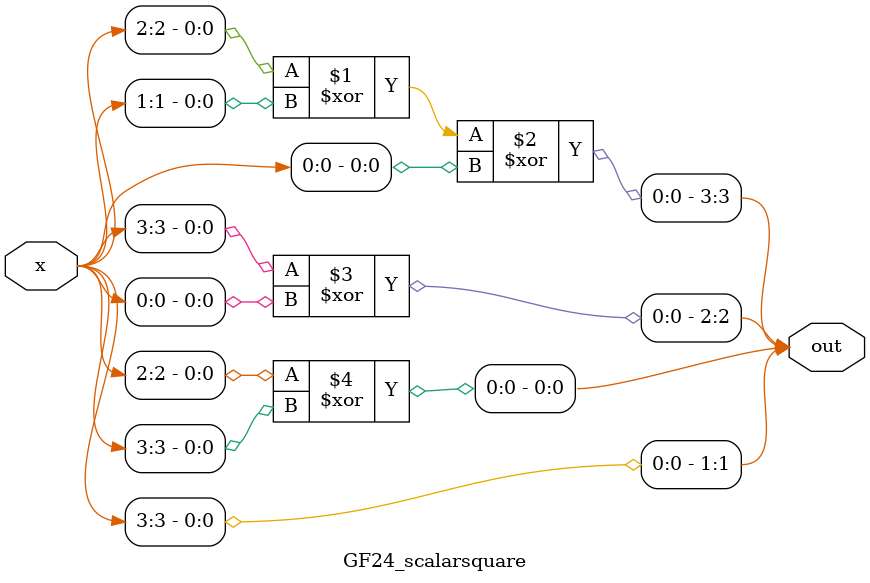
<source format=sv>
/*=====================================================================================
    GF(2^4) Scalar Squaring Module

    Description:
    - Performs a combined squaring and multiplication-by-λ operation in GF(2^4)
    - Commonly used in composite field inversion for AES S-box implementation

    Input:
    - x   : 4-bit input representing a GF(2^4) element (x3 x2 x1 x0)

    Output:
    - out : 4-bit output representing the result of x² * λ in GF(2^4)

    Mathematical Background:
    - First, the input is squared: x² (in GF(2^4))
    - Then, the squared value is multiplied by a constant λ ∈ GF(2^4)
    - These operations are linear in composite field arithmetic and can be simplified

    Implementation Notes:
    - This implementation directly computes x² * λ as a single step
    - The squaring and multiplication-by-λ are folded into optimized Boolean expressions
    - No intermediate signals are used (fully flattened logic)

    Design Attributes:
    - Compact combinational logic
    - Tailored for high-performance cryptographic hardware
    - Reduces latency and area by precomputing composite field transformation

=====================================================================================*/

module GF24_scalarsquare (
    input  logic [3:0] x,    // 4-bit input (GF(2^4) element)
    output logic [3:0] out   // 4-bit output after both transformations
);

   /* logic [3:0] x2, x_lambda;
    // Squaring in GF(2^4): x²
    assign x2[3] = x[3];              // x² operation follows field properties
    assign x2[2] = x[2] ^ x[3];       
    assign x2[1] = x[1]^x[2];
    assign x2[0] = x[0] ^ x[1]^x[3];

    // Multiplication by λ: x² * λ

    assign x_lambda[3] = x2[2]^ x2[0];       
    assign x_lambda[2] = x_lambda[3]^x2[3]^x2[1] ;
    assign x_lambda[1] =  x2[3];
    assign x_lambda[0] = x2[2] ;

    // Output final transformation result
    assign out = x_lambda;*/
    assign out[3] = x[2]^x[1]^x[0];
    assign out[2] = x[3]^x[0];
    assign out[1] = x[3];
	assign  out[0] = x[2] ^ x[3] ;
endmodule
</source>
